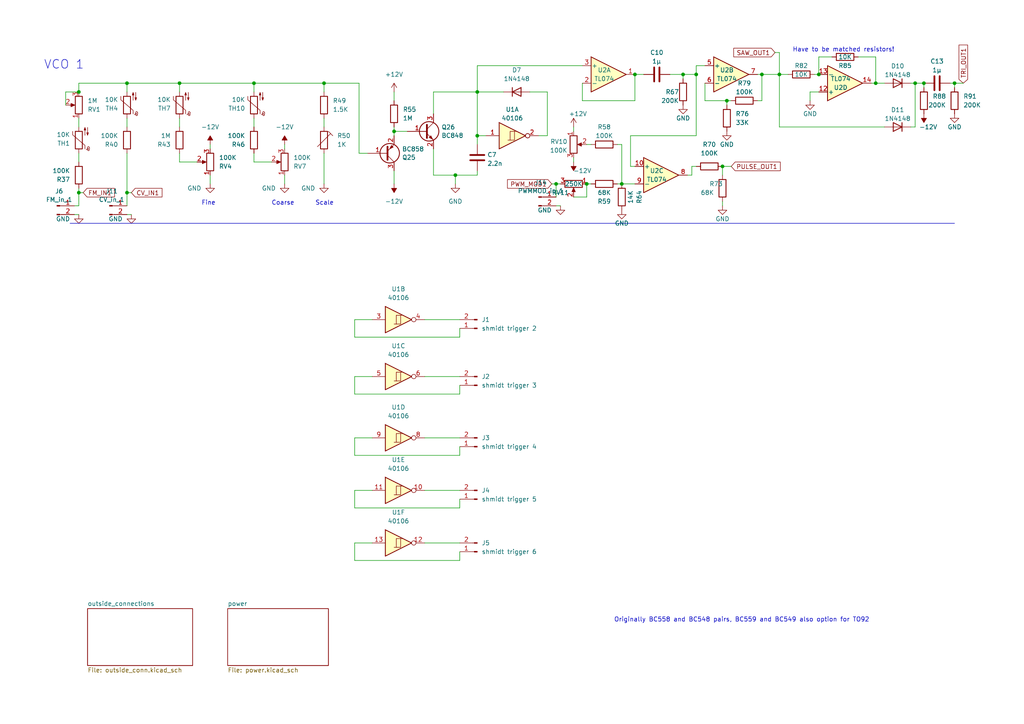
<source format=kicad_sch>
(kicad_sch (version 20231120) (generator "eeschema") (generator_version "8.0")
  (paper "A4")
  (lib_symbols
    (symbol "4xxx:40106" (pin_names (offset 1.016))
      (property "Reference" "U" (at 0 1.27 0))
      (property "Value" "40106" (at 0 -1.27 0))
      (symbol "40106_1_0"
        (polyline (pts (xy -0.635 -1.27) (xy -0.635 1.27) (xy 0.635 1.27)))
        (polyline (pts (xy -3.81 3.81) (xy -3.81 -3.81) (xy 3.81 0) (xy -3.81 3.81)) (stroke (width 0.254)) (fill (type background)))
        (polyline (pts (xy -1.27 -1.27) (xy 0.635 -1.27) (xy 0.635 1.27) (xy 1.27 1.27)))
        (pin input line (at -7.62 0 0) (length 3.81) (name "~") (number "1"))
        (pin output inverted (at 7.62 0 180) (length 3.81) (name "~") (number "2"))
      )
      (symbol "40106_2_0"
        (polyline (pts (xy -0.635 -1.27) (xy -0.635 1.27) (xy 0.635 1.27)))
        (polyline (pts (xy -3.81 3.81) (xy -3.81 -3.81) (xy 3.81 0) (xy -3.81 3.81)) (stroke (width 0.254)) (fill (type background)))
        (polyline (pts (xy -1.27 -1.27) (xy 0.635 -1.27) (xy 0.635 1.27) (xy 1.27 1.27)))
        (pin input line (at -7.62 0 0) (length 3.81) (name "~") (number "3"))
        (pin output inverted (at 7.62 0 180) (length 3.81) (name "~") (number "4"))
      )
      (symbol "40106_3_0"
        (polyline (pts (xy -0.635 -1.27) (xy -0.635 1.27) (xy 0.635 1.27)))
        (polyline (pts (xy -3.81 3.81) (xy -3.81 -3.81) (xy 3.81 0) (xy -3.81 3.81)) (stroke (width 0.254)) (fill (type background)))
        (polyline (pts (xy -1.27 -1.27) (xy 0.635 -1.27) (xy 0.635 1.27) (xy 1.27 1.27)))
        (pin input line (at -7.62 0 0) (length 3.81) (name "~") (number "5"))
        (pin output inverted (at 7.62 0 180) (length 3.81) (name "~") (number "6"))
      )
      (symbol "40106_4_0"
        (polyline (pts (xy -0.635 -1.27) (xy -0.635 1.27) (xy 0.635 1.27)))
        (polyline (pts (xy -3.81 3.81) (xy -3.81 -3.81) (xy 3.81 0) (xy -3.81 3.81)) (stroke (width 0.254)) (fill (type background)))
        (polyline (pts (xy -1.27 -1.27) (xy 0.635 -1.27) (xy 0.635 1.27) (xy 1.27 1.27)))
        (pin output inverted (at 7.62 0 180) (length 3.81) (name "~") (number "8"))
        (pin input line (at -7.62 0 0) (length 3.81) (name "~") (number "9"))
      )
      (symbol "40106_5_0"
        (polyline (pts (xy -0.635 -1.27) (xy -0.635 1.27) (xy 0.635 1.27)))
        (polyline (pts (xy -3.81 3.81) (xy -3.81 -3.81) (xy 3.81 0) (xy -3.81 3.81)) (stroke (width 0.254)) (fill (type background)))
        (polyline (pts (xy -1.27 -1.27) (xy 0.635 -1.27) (xy 0.635 1.27) (xy 1.27 1.27)))
        (pin output inverted (at 7.62 0 180) (length 3.81) (name "~") (number "10"))
        (pin input line (at -7.62 0 0) (length 3.81) (name "~") (number "11"))
      )
      (symbol "40106_6_0"
        (polyline (pts (xy -0.635 -1.27) (xy -0.635 1.27) (xy 0.635 1.27)))
        (polyline (pts (xy -3.81 3.81) (xy -3.81 -3.81) (xy 3.81 0) (xy -3.81 3.81)) (stroke (width 0.254)) (fill (type background)))
        (polyline (pts (xy -1.27 -1.27) (xy 0.635 -1.27) (xy 0.635 1.27) (xy 1.27 1.27)))
        (pin output inverted (at 7.62 0 180) (length 3.81) (name "~") (number "12"))
        (pin input line (at -7.62 0 0) (length 3.81) (name "~") (number "13"))
      )
      (symbol "40106_7_0"
        (pin power_in line (at 0 12.7 270) (length 5.08) (name "VDD") (number "14"))
        (pin power_in line (at 0 -12.7 90) (length 5.08) (name "VSS") (number "7"))
      )
      (symbol "40106_7_1"
        (rectangle (start -5.08 7.62) (end 5.08 -7.62) (stroke (width 0.254)) (fill (type background)))
      )
    )
    (symbol "Amplifier_Operational:TL074" (pin_names (offset 0.127))
      (property "Reference" "U" (at 0 5.08 0))
      (property "Value" "TL074" (at 0 -5.08 0))
      (symbol "TL074_1_1"
        (polyline (pts (xy -5.08 5.08) (xy 5.08 0) (xy -5.08 -5.08) (xy -5.08 5.08)) (stroke (width 0.254)) (fill (type background)))
        (pin output line (at 7.62 0 180) (length 2.54) (name "~") (number "1"))
        (pin input line (at -7.62 -2.54 0) (length 2.54) (name "-") (number "2"))
        (pin input line (at -7.62 2.54 0) (length 2.54) (name "+") (number "3"))
      )
      (symbol "TL074_2_1"
        (polyline (pts (xy -5.08 5.08) (xy 5.08 0) (xy -5.08 -5.08) (xy -5.08 5.08)) (stroke (width 0.254)) (fill (type background)))
        (pin input line (at -7.62 2.54 0) (length 2.54) (name "+") (number "5"))
        (pin input line (at -7.62 -2.54 0) (length 2.54) (name "-") (number "6"))
        (pin output line (at 7.62 0 180) (length 2.54) (name "~") (number "7"))
      )
      (symbol "TL074_3_1"
        (polyline (pts (xy -5.08 5.08) (xy 5.08 0) (xy -5.08 -5.08) (xy -5.08 5.08)) (stroke (width 0.254)) (fill (type background)))
        (pin input line (at -7.62 2.54 0) (length 2.54) (name "+") (number "10"))
        (pin output line (at 7.62 0 180) (length 2.54) (name "~") (number "8"))
        (pin input line (at -7.62 -2.54 0) (length 2.54) (name "-") (number "9"))
      )
      (symbol "TL074_4_1"
        (polyline (pts (xy -5.08 5.08) (xy 5.08 0) (xy -5.08 -5.08) (xy -5.08 5.08)) (stroke (width 0.254)) (fill (type background)))
        (pin input line (at -7.62 2.54 0) (length 2.54) (name "+") (number "12"))
        (pin input line (at -7.62 -2.54 0) (length 2.54) (name "-") (number "13"))
        (pin output line (at 7.62 0 180) (length 2.54) (name "~") (number "14"))
      )
      (symbol "TL074_5_1"
        (pin power_in line (at -2.54 -7.62 90) (length 3.81) (name "V-") (number "11"))
        (pin power_in line (at -2.54 7.62 270) (length 3.81) (name "V+") (number "4"))
      )
    )
    (symbol "Connector:Conn_01x02_Pin" (pin_names (offset 1.016) hide)
      (property "Reference" "J" (at 0 2.54 0))
      (property "Value" "Conn_01x02_Pin" (at 0 -5.08 0))
      (symbol "Conn_01x02_Pin_1_1"
        (polyline (pts (xy 1.27 -2.54) (xy 0.8636 -2.54)) (stroke (width 0.1524)))
        (polyline (pts (xy 1.27 0) (xy 0.8636 0)) (stroke (width 0.1524)))
        (rectangle (start 0.8636 -2.413) (end 0 -2.667) (stroke (width 0.1524)) (fill (type outline)))
        (rectangle (start 0.8636 0.127) (end 0 -0.127) (stroke (width 0.1524)) (fill (type outline)))
        (pin passive line (at 5.08 0 180) (length 3.81) (name "Pin_1") (number "1"))
        (pin passive line (at 5.08 -2.54 180) (length 3.81) (name "Pin_2") (number "2"))
      )
    )
    (symbol "Device:C" (pin_numbers hide) (pin_names (offset 0.254))
      (property "Reference" "C" (at 0.635 2.54 0))
      (property "Value" "C" (at 0.635 -2.54 0))
      (symbol "C_0_1"
        (polyline (pts (xy -2.032 -0.762) (xy 2.032 -0.762)) (stroke (width 0.508)))
        (polyline (pts (xy -2.032 0.762) (xy 2.032 0.762)) (stroke (width 0.508)))
      )
      (symbol "C_1_1"
        (pin passive line (at 0 3.81 270) (length 2.794) (name "~") (number "1"))
        (pin passive line (at 0 -3.81 90) (length 2.794) (name "~") (number "2"))
      )
    )
    (symbol "Device:R" (pin_numbers hide) (pin_names (offset 0))
      (property "Reference" "R" (at 2.032 0 90))
      (property "Value" "R" (at 0 0 90))
      (symbol "R_0_1"
        (rectangle (start -1.016 -2.54) (end 1.016 2.54) (stroke (width 0.254)))
      )
      (symbol "R_1_1"
        (pin passive line (at 0 3.81 270) (length 1.27) (name "~") (number "1"))
        (pin passive line (at 0 -3.81 90) (length 1.27) (name "~") (number "2"))
      )
    )
    (symbol "Device:R_Potentiometer" (pin_names (offset 1.016) hide)
      (property "Reference" "RV" (at -4.445 0 90))
      (property "Value" "R_Potentiometer" (at -2.54 0 90))
      (symbol "R_Potentiometer_0_1"
        (polyline (pts (xy 2.54 0) (xy 1.524 0)))
        (polyline (pts (xy 1.143 0) (xy 2.286 0.508) (xy 2.286 -0.508) (xy 1.143 0)) (fill (type outline)))
        (rectangle (start 1.016 2.54) (end -1.016 -2.54) (stroke (width 0.254)))
      )
      (symbol "R_Potentiometer_1_1"
        (pin passive line (at 0 3.81 270) (length 1.27) (name "1") (number "1"))
        (pin passive line (at 3.81 0 180) (length 1.27) (name "2") (number "2"))
        (pin passive line (at 0 -3.81 90) (length 1.27) (name "3") (number "3"))
      )
    )
    (symbol "Device:R_Trim" (pin_numbers hide) (pin_names (offset 0))
      (property "Reference" "R" (at 2.54 -2.54 90))
      (property "Value" "R_Trim" (at -2.54 -0.635 90))
      (symbol "R_Trim_0_1"
        (rectangle (start -1.016 -2.54) (end 1.016 2.54) (stroke (width 0.254)))
        (polyline (pts (xy -1.905 -1.905) (xy 1.905 1.905) (xy 2.54 1.27) (xy 1.27 2.54)))
      )
      (symbol "R_Trim_1_1"
        (pin passive line (at 0 3.81 270) (length 1.27) (name "~") (number "1"))
        (pin passive line (at 0 -3.81 90) (length 1.27) (name "~") (number "2"))
      )
    )
    (symbol "Device:Thermistor_NTC" (pin_numbers hide) (pin_names (offset 0))
      (property "Reference" "TH" (at -4.445 0 90))
      (property "Value" "Thermistor_NTC" (at 3.175 0 90))
      (symbol "Thermistor_NTC_0_1"
        (arc (start -3.048 2.159) (mid -3.0495 2.3143) (end -3.175 2.413))
        (arc (start -3.048 2.159) (mid -2.9736 1.9794) (end -2.794 1.905))
        (arc (start -3.048 2.794) (mid -2.9736 2.6144) (end -2.794 2.54))
        (arc (start -2.794 1.905) (mid -2.6144 1.9794) (end -2.54 2.159))
        (arc (start -2.794 2.54) (mid -2.4393 2.5587) (end -2.159 2.794))
        (arc (start -2.794 3.048) (mid -2.9736 2.9736) (end -3.048 2.794))
        (arc (start -2.54 2.794) (mid -2.6144 2.9736) (end -2.794 3.048))
        (rectangle (start -1.016 2.54) (end 1.016 -2.54) (stroke (width 0.254)))
        (polyline (pts (xy -2.54 2.159) (xy -2.54 2.794)))
        (polyline (pts (xy -1.778 2.54) (xy -1.778 1.524) (xy 1.778 -1.524) (xy 1.778 -2.54)))
        (polyline (pts (xy -2.54 -3.683) (xy -2.54 -1.397) (xy -2.794 -2.159) (xy -2.286 -2.159) (xy -2.54 -1.397) (xy -2.54 -1.651)) (fill (type outline)))
        (polyline (pts (xy -1.778 -1.397) (xy -1.778 -3.683) (xy -2.032 -2.921) (xy -1.524 -2.921) (xy -1.778 -3.683) (xy -1.778 -3.429)) (fill (type outline)))
      )
      (symbol "Thermistor_NTC_1_1"
        (pin passive line (at 0 3.81 270) (length 1.27) (name "~") (number "1"))
        (pin passive line (at 0 -3.81 90) (length 1.27) (name "~") (number "2"))
      )
    )
    (symbol "Diode:1N4148" (pin_numbers hide) (pin_names hide)
      (property "Reference" "D" (at 0 2.54 0))
      (property "Value" "1N4148" (at 0 -2.54 0))
      (symbol "1N4148_0_1"
        (polyline (pts (xy -1.27 1.27) (xy -1.27 -1.27)) (stroke (width 0.254)))
        (polyline (pts (xy 1.27 0) (xy -1.27 0)))
        (polyline (pts (xy 1.27 1.27) (xy 1.27 -1.27) (xy -1.27 0) (xy 1.27 1.27)) (stroke (width 0.254)))
      )
      (symbol "1N4148_1_1"
        (pin passive line (at -3.81 0 0) (length 2.54) (name "K") (number "1"))
        (pin passive line (at 3.81 0 180) (length 2.54) (name "A") (number "2"))
      )
    )
    (symbol "Transistor_BJT:BC848" (pin_names (offset 0) hide)
      (property "Reference" "Q" (at 5.08 1.905 0))
      (property "Value" "BC848" (at 5.08 0 0))
      (symbol "BC848_0_1"
        (polyline (pts (xy 0.635 0.635) (xy 2.54 2.54)))
        (polyline (pts (xy 0.635 -0.635) (xy 2.54 -2.54) (xy 2.54 -2.54)))
        (polyline (pts (xy 0.635 1.905) (xy 0.635 -1.905) (xy 0.635 -1.905)) (stroke (width 0.508)))
        (polyline (pts (xy 1.27 -1.778) (xy 1.778 -1.27) (xy 2.286 -2.286) (xy 1.27 -1.778) (xy 1.27 -1.778)) (fill (type outline)))
        (circle (center 1.27 0) (radius 2.8194) (stroke (width 0.254)))
      )
      (symbol "BC848_1_1"
        (pin input line (at -5.08 0 0) (length 5.715) (name "B") (number "1"))
        (pin passive line (at 2.54 -5.08 90) (length 2.54) (name "E") (number "2"))
        (pin passive line (at 2.54 5.08 270) (length 2.54) (name "C") (number "3"))
      )
    )
    (symbol "Transistor_BJT:BC858" (pin_names (offset 0) hide)
      (property "Reference" "Q" (at 5.08 1.905 0))
      (property "Value" "BC858" (at 5.08 0 0))
      (symbol "BC858_0_1"
        (polyline (pts (xy 0.635 0.635) (xy 2.54 2.54)))
        (polyline (pts (xy 0.635 -0.635) (xy 2.54 -2.54) (xy 2.54 -2.54)))
        (polyline (pts (xy 0.635 1.905) (xy 0.635 -1.905) (xy 0.635 -1.905)) (stroke (width 0.508)))
        (polyline (pts (xy 2.286 -1.778) (xy 1.778 -2.286) (xy 1.27 -1.27) (xy 2.286 -1.778) (xy 2.286 -1.778)) (fill (type outline)))
        (circle (center 1.27 0) (radius 2.8194) (stroke (width 0.254)))
      )
      (symbol "BC858_1_1"
        (pin input line (at -5.08 0 0) (length 5.715) (name "B") (number "1"))
        (pin passive line (at 2.54 -5.08 90) (length 2.54) (name "E") (number "2"))
        (pin passive line (at 2.54 5.08 270) (length 2.54) (name "C") (number "3"))
      )
    )
    (symbol "power:+12V" (power) (pin_names (offset 0))
      (property "Value" "+12V" (at 0 3.556 0))
      (symbol "+12V_0_1"
        (polyline (pts (xy -0.762 1.27) (xy 0 2.54)))
        (polyline (pts (xy 0 0) (xy 0 2.54)))
        (polyline (pts (xy 0 2.54) (xy 0.762 1.27)))
      )
      (symbol "+12V_1_1"
        (pin power_in line (at 0 0 90) (length 0) hide (name "+12V") (number "1"))
      )
    )
    (symbol "power:-12V" (power) (pin_names (offset 0))
      (property "Value" "-12V" (at 0 3.81 0))
      (symbol "-12V_0_0"
        (pin power_in line (at 0 0 90) (length 0) hide (name "-12V") (number "1"))
      )
      (symbol "-12V_0_1"
        (polyline (pts (xy 0 0) (xy 0 1.27) (xy 0.762 1.27) (xy 0 2.54) (xy -0.762 1.27) (xy 0 1.27)) (fill (type outline)))
      )
    )
    (symbol "power:GND" (power) (pin_names (offset 0))
      (property "Value" "GND" (at 0 -3.81 0))
      (symbol "GND_0_1"
        (polyline (pts (xy 0 0) (xy 0 -1.27) (xy 1.27 -1.27) (xy 0 -2.54) (xy -1.27 -1.27) (xy 0 -1.27)))
      )
      (symbol "GND_1_1"
        (pin power_in line (at 0 0 270) (length 0) hide (name "GND") (number "1"))
      )
    )
  )
  (junction (at 254 24.13))
  (junction (at 184.15 21.59))
  (junction (at 52.07 24.13))
  (junction (at 210.82 29.21))
  (junction (at 36.83 24.13))
  (junction (at 93.98 24.13))
  (junction (at 267.97 24.13))
  (junction (at 22.86 55.88))
  (junction (at 209.55 48.26))
  (junction (at 36.83 55.88))
  (junction (at 114.3 38.1))
  (junction (at 198.12 21.59))
  (junction (at 265.43 24.13))
  (junction (at 22.86 26.67))
  (junction (at 180.34 53.34))
  (junction (at 170.18 53.34))
  (junction (at 237.49 21.59))
  (junction (at 73.66 24.13))
  (junction (at 226.06 21.59))
  (junction (at 161.29 53.34))
  (junction (at 138.43 26.67))
  (junction (at 276.86 24.13))
  (junction (at 201.93 21.59))
  (junction (at 220.98 21.59))
  (junction (at 138.43 39.37))
  (junction (at 132.08 50.8))
  (wire (pts (xy 138.43 49.53) (xy 138.43 50.8)))
  (wire (pts (xy 107.95 127) (xy 102.87 127)))
  (wire (pts (xy 38.1 55.88) (xy 36.83 55.88)))
  (wire (pts (xy 182.88 48.26) (xy 184.15 48.26)))
  (wire (pts (xy 166.37 45.72) (xy 166.37 46.99)))
  (wire (pts (xy 138.43 26.67) (xy 138.43 39.37)))
  (wire (pts (xy 168.91 24.13) (xy 168.91 29.21)))
  (wire (pts (xy 132.08 50.8) (xy 132.08 53.34)))
  (wire (pts (xy 73.66 26.67) (xy 73.66 24.13)))
  (wire (pts (xy 133.35 114.3) (xy 133.35 111.76)))
  (wire (pts (xy 123.19 157.48) (xy 133.35 157.48)))
  (wire (pts (xy 138.43 26.67) (xy 146.05 26.67)))
  (wire (pts (xy 73.66 46.99) (xy 78.74 46.99)))
  (wire (pts (xy 22.86 54.61) (xy 22.86 55.88)))
  (wire (pts (xy 52.07 24.13) (xy 52.07 26.67)))
  (wire (pts (xy 132.08 50.8) (xy 138.43 50.8)))
  (wire (pts (xy 57.15 46.99) (xy 52.07 46.99)))
  (wire (pts (xy 107.95 157.48) (xy 102.87 157.48)))
  (wire (pts (xy 93.98 24.13) (xy 104.14 24.13)))
  (wire (pts (xy 52.07 36.83) (xy 52.07 34.29)))
  (wire (pts (xy 204.47 24.13) (xy 204.47 29.21)))
  (wire (pts (xy 114.3 36.83) (xy 114.3 38.1)))
  (wire (pts (xy 104.14 44.45) (xy 106.68 44.45)))
  (wire (pts (xy 102.87 162.56) (xy 133.35 162.56)))
  (wire (pts (xy 52.07 24.13) (xy 36.83 24.13)))
  (wire (pts (xy 219.71 29.21) (xy 220.98 29.21)))
  (wire (pts (xy 133.35 162.56) (xy 133.35 160.02)))
  (wire (pts (xy 21.59 59.69) (xy 22.86 59.69)))
  (wire (pts (xy 224.79 15.24) (xy 226.06 15.24)))
  (wire (pts (xy 36.83 24.13) (xy 36.83 26.67)))
  (wire (pts (xy 22.86 36.83) (xy 22.86 34.29)))
  (wire (pts (xy 125.73 50.8) (xy 132.08 50.8)))
  (wire (pts (xy 168.91 19.05) (xy 138.43 19.05)))
  (wire (pts (xy 234.95 29.21) (xy 234.95 26.67)))
  (wire (pts (xy 36.83 36.83) (xy 36.83 34.29)))
  (wire (pts (xy 265.43 36.83) (xy 264.16 36.83)))
  (wire (pts (xy 22.86 24.13) (xy 22.86 26.67)))
  (wire (pts (xy 60.96 53.34) (xy 60.96 50.8)))
  (wire (pts (xy 125.73 33.02) (xy 125.73 26.67)))
  (wire (pts (xy 93.98 24.13) (xy 73.66 24.13)))
  (wire (pts (xy 209.55 58.42) (xy 209.55 59.69)))
  (wire (pts (xy 107.95 92.71) (xy 102.87 92.71)))
  (wire (pts (xy 201.93 21.59) (xy 201.93 19.05)))
  (wire (pts (xy 184.15 29.21) (xy 184.15 21.59)))
  (wire (pts (xy 161.29 53.34) (xy 161.29 57.15)))
  (wire (pts (xy 184.15 21.59) (xy 186.69 21.59)))
  (wire (pts (xy 123.19 92.71) (xy 133.35 92.71)))
  (wire (pts (xy 276.86 24.13) (xy 276.86 25.4)))
  (wire (pts (xy 158.75 39.37) (xy 158.75 26.67)))
  (wire (pts (xy 210.82 29.21) (xy 204.47 29.21)))
  (wire (pts (xy 36.83 62.23) (xy 38.1 62.23)))
  (wire (pts (xy 265.43 24.13) (xy 265.43 36.83)))
  (wire (pts (xy 179.07 53.34) (xy 180.34 53.34)))
  (wire (pts (xy 123.19 109.22) (xy 133.35 109.22)))
  (wire (pts (xy 201.93 21.59) (xy 201.93 39.37)))
  (wire (pts (xy 102.87 127) (xy 102.87 132.08)))
  (wire (pts (xy 102.87 157.48) (xy 102.87 162.56)))
  (wire (pts (xy 102.87 92.71) (xy 102.87 97.79)))
  (wire (pts (xy 107.95 142.24) (xy 102.87 142.24)))
  (wire (pts (xy 267.97 25.4) (xy 267.97 24.13)))
  (wire (pts (xy 166.37 57.15) (xy 170.18 57.15)))
  (wire (pts (xy 19.05 26.67) (xy 19.05 30.48)))
  (wire (pts (xy 133.35 147.32) (xy 133.35 144.78)))
  (wire (pts (xy 234.95 26.67) (xy 237.49 26.67)))
  (wire (pts (xy 107.95 109.22) (xy 102.87 109.22)))
  (wire (pts (xy 252.73 24.13) (xy 254 24.13)))
  (wire (pts (xy 201.93 39.37) (xy 182.88 39.37)))
  (wire (pts (xy 226.06 15.24) (xy 226.06 21.59)))
  (wire (pts (xy 114.3 38.1) (xy 118.11 38.1)))
  (wire (pts (xy 125.73 50.8) (xy 125.73 43.18)))
  (wire (pts (xy 198.12 21.59) (xy 201.93 21.59)))
  (wire (pts (xy 198.12 21.59) (xy 198.12 22.86)))
  (wire (pts (xy 36.83 24.13) (xy 22.86 24.13)))
  (wire (pts (xy 226.06 36.83) (xy 256.54 36.83)))
  (wire (pts (xy 114.3 26.67) (xy 114.3 29.21)))
  (wire (pts (xy 237.49 16.51) (xy 237.49 21.59)))
  (wire (pts (xy 102.87 147.32) (xy 133.35 147.32)))
  (wire (pts (xy 200.66 48.26) (xy 201.93 48.26)))
  (wire (pts (xy 82.55 43.18) (xy 82.55 41.91)))
  (wire (pts (xy 161.29 59.69) (xy 162.56 59.69)))
  (wire (pts (xy 180.34 41.91) (xy 179.07 41.91)))
  (wire (pts (xy 82.55 53.34) (xy 82.55 50.8)))
  (wire (pts (xy 138.43 19.05) (xy 138.43 26.67)))
  (wire (pts (xy 104.14 44.45) (xy 104.14 24.13)))
  (wire (pts (xy 114.3 49.53) (xy 114.3 53.34)))
  (wire (pts (xy 93.98 44.45) (xy 93.98 53.34)))
  (wire (pts (xy 182.88 39.37) (xy 182.88 48.26)))
  (wire (pts (xy 275.59 24.13) (xy 276.86 24.13)))
  (wire (pts (xy 201.93 19.05) (xy 204.47 19.05)))
  (wire (pts (xy 93.98 34.29) (xy 93.98 36.83)))
  (wire (pts (xy 160.02 53.34) (xy 161.29 53.34)))
  (wire (pts (xy 133.35 97.79) (xy 133.35 95.25)))
  (wire (pts (xy 226.06 21.59) (xy 226.06 36.83)))
  (wire (pts (xy 170.18 53.34) (xy 171.45 53.34)))
  (wire (pts (xy 102.87 132.08) (xy 133.35 132.08)))
  (wire (pts (xy 200.66 50.8) (xy 199.39 50.8)))
  (wire (pts (xy 180.34 53.34) (xy 180.34 41.91)))
  (wire (pts (xy 194.31 21.59) (xy 198.12 21.59)))
  (wire (pts (xy 102.87 142.24) (xy 102.87 147.32)))
  (wire (pts (xy 114.3 39.37) (xy 114.3 38.1)))
  (wire (pts (xy 264.16 24.13) (xy 265.43 24.13)))
  (wire (pts (xy 219.71 21.59) (xy 220.98 21.59)))
  (wire (pts (xy 170.18 41.91) (xy 171.45 41.91)))
  (polyline (pts (xy 20.32 64.77) (xy 276.86 64.77)))
  (wire (pts (xy 102.87 109.22) (xy 102.87 114.3)))
  (wire (pts (xy 209.55 48.26) (xy 212.09 48.26)))
  (wire (pts (xy 102.87 114.3) (xy 133.35 114.3)))
  (wire (pts (xy 123.19 142.24) (xy 133.35 142.24)))
  (wire (pts (xy 212.09 29.21) (xy 210.82 29.21)))
  (wire (pts (xy 254 24.13) (xy 256.54 24.13)))
  (wire (pts (xy 123.19 127) (xy 133.35 127)))
  (wire (pts (xy 93.98 26.67) (xy 93.98 24.13)))
  (wire (pts (xy 276.86 24.13) (xy 279.4 24.13)))
  (wire (pts (xy 102.87 97.79) (xy 133.35 97.79)))
  (wire (pts (xy 226.06 21.59) (xy 228.6 21.59)))
  (wire (pts (xy 60.96 43.18) (xy 60.96 41.91)))
  (wire (pts (xy 22.86 26.67) (xy 19.05 26.67)))
  (wire (pts (xy 22.86 46.99) (xy 22.86 44.45)))
  (wire (pts (xy 166.37 36.83) (xy 166.37 38.1)))
  (wire (pts (xy 73.66 36.83) (xy 73.66 34.29)))
  (wire (pts (xy 168.91 29.21) (xy 184.15 29.21)))
  (wire (pts (xy 138.43 39.37) (xy 138.43 41.91)))
  (wire (pts (xy 265.43 24.13) (xy 267.97 24.13)))
  (wire (pts (xy 236.22 21.59) (xy 237.49 21.59)))
  (wire (pts (xy 161.29 53.34) (xy 162.56 53.34)))
  (wire (pts (xy 170.18 57.15) (xy 170.18 53.34)))
  (wire (pts (xy 21.59 62.23) (xy 22.86 62.23)))
  (wire (pts (xy 180.34 53.34) (xy 184.15 53.34)))
  (wire (pts (xy 125.73 26.67) (xy 138.43 26.67)))
  (wire (pts (xy 36.83 55.88) (xy 36.83 59.69)))
  (wire (pts (xy 73.66 24.13) (xy 52.07 24.13)))
  (wire (pts (xy 220.98 21.59) (xy 220.98 29.21)))
  (wire (pts (xy 52.07 46.99) (xy 52.07 44.45)))
  (wire (pts (xy 22.86 59.69) (xy 22.86 55.88)))
  (wire (pts (xy 210.82 29.21) (xy 210.82 30.48)))
  (wire (pts (xy 140.97 39.37) (xy 138.43 39.37)))
  (wire (pts (xy 254 16.51) (xy 248.92 16.51)))
  (wire (pts (xy 209.55 48.26) (xy 209.55 50.8)))
  (wire (pts (xy 156.21 39.37) (xy 158.75 39.37)))
  (wire (pts (xy 36.83 55.88) (xy 36.83 44.45)))
  (wire (pts (xy 220.98 21.59) (xy 226.06 21.59)))
  (wire (pts (xy 241.3 16.51) (xy 237.49 16.51)))
  (wire (pts (xy 73.66 44.45) (xy 73.66 46.99)))
  (wire (pts (xy 22.86 55.88) (xy 24.13 55.88)))
  (wire (pts (xy 200.66 48.26) (xy 200.66 50.8)))
  (wire (pts (xy 254 24.13) (xy 254 16.51)))
  (wire (pts (xy 158.75 26.67) (xy 153.67 26.67)))
  (wire (pts (xy 133.35 132.08) (xy 133.35 129.54)))
  (text "Have to be matched resistors!\n" (at 229.87 15.24 0) (effects (font (size 1.27 1.27)) (justify left bottom)))
  (text "Fine\n" (at 58.42 59.69 0) (effects (font (size 1.27 1.27)) (justify left bottom)))
  (text "VCO 1" (at 12.7 20.32 0) (effects (font (size 2.5 2.5)) (justify left bottom)))
  (text "Coarse" (at 78.74 59.69 0) (effects (font (size 1.27 1.27)) (justify left bottom)))
  (text "Scale" (at 91.44 59.69 0) (effects (font (size 1.27 1.27)) (justify left bottom)))
  (text "Originally BC558 and BC548 pairs, BC559 and BC549 also option for TO92" (at 215.138 179.832 0) (effects (font (size 1.27 1.27))))
  (global_label "SAW_OUT1" (shape input) (at 224.79 15.24 180) (property "Intersheetrefs" "${INTERSHEET_REFS}" (effects (hide yes))))
  (global_label "PWM_MOD1" (shape input) (at 160.02 53.34 180) (property "Intersheetrefs" "${INTERSHEET_REFS}" (effects (hide yes))))
  (global_label "CV_IN1" (shape input) (at 38.1 55.88 0) (property "Intersheetrefs" "${INTERSHEET_REFS}" (effects (hide yes))))
  (global_label "FM_IN1" (shape input) (at 24.13 55.88 0) (property "Intersheetrefs" "${INTERSHEET_REFS}" (effects (hide yes))))
  (global_label "PULSE_OUT1" (shape input) (at 212.09 48.26 0) (property "Intersheetrefs" "${INTERSHEET_REFS}" (effects (hide yes))))
  (global_label "TRI_OUT1" (shape input) (at 279.4 24.13 90) (property "Intersheetrefs" "${INTERSHEET_REFS}" (effects (hide yes))))
  (symbol (lib_id "power:GND") (at 276.86 33.02 0) (unit 1)
    (property "Reference" "#PWR0129" (effects (hide yes)))
    (property "Value" "GND" (at 276.86 36.83 0))
  )
  (symbol (lib_id "Device:Thermistor_NTC") (at 22.86 40.64 180) (unit 1)
    (property "Reference" "TH1" (at 20.32 41.5926 0) (effects (justify left)))
    (property "Value" "10K" (at 20.32 39.0526 0) (effects (justify left)))
    (property "Footprint" "Resistor_SMD:R_0603_1608Metric_Pad0.98x0.95mm_HandSolder" (effects (hide yes)))
  )
  (symbol (lib_id "Device:R") (at 267.97 29.21 180) (unit 1)
    (property "Reference" "R88" (at 270.51 27.94 0) (effects (justify right)))
    (property "Value" "200K" (at 269.24 30.48 0) (effects (justify right)))
    (property "Footprint" "Resistor_SMD:R_0603_1608Metric_Pad0.98x0.95mm_HandSolder" (effects (hide yes)))
  )
  (symbol (lib_id "4xxx:40106") (at 115.57 92.71 0) (unit 2)
    (property "Reference" "U1" (at 115.57 83.82 0))
    (property "Value" "40106" (at 115.57 86.36 0))
    (property "Footprint" "Package_DIP:DIP-14_W7.62mm_Socket" (effects (hide yes)))
    (property "Datasheet" "https://assets.nexperia.com/documents/data-sheet/HEF40106B.pdf" (effects (hide yes)))
    (property "Description" "Hex Schmitt trigger inverter" (effects (hide yes)))
  )
  (symbol (lib_id "Device:R") (at 73.66 40.64 180) (unit 1)
    (property "Reference" "R46" (at 71.12 41.9101 0) (effects (justify left)))
    (property "Value" "100K" (at 71.12 39.3701 0) (effects (justify left)))
    (property "Footprint" "Resistor_SMD:R_0603_1608Metric_Pad0.98x0.95mm_HandSolder" (effects (hide yes)))
  )
  (symbol (lib_id "Device:C") (at 190.5 21.59 270) (unit 1)
    (property "Reference" "C10" (at 190.5 15.24 90))
    (property "Value" "1µ" (at 190.5 17.78 90))
    (property "Footprint" "Capacitor_SMD:C_0402_1005Metric_Pad0.74x0.62mm_HandSolder" (effects (hide yes)))
  )
  (symbol (lib_id "power:-12V") (at 114.3 53.34 180) (unit 1)
    (property "Reference" "#PWR0143" (effects (hide yes)))
    (property "Value" "-12V" (at 114.3 58.42 0))
  )
  (symbol (lib_id "Device:R_Potentiometer") (at 60.96 46.99 180) (unit 1)
    (property "Reference" "RV4" (at 63.5 48.2601 0) (effects (justify right)))
    (property "Value" "100K" (at 63.5 45.7201 0) (effects (justify right)))
    (property "Footprint" "Connector_PinHeader_2.54mm:PinHeader_1x03_P2.54mm_Vertical" (effects (hide yes)))
  )
  (symbol (lib_id "Device:R") (at 209.55 54.61 0) (unit 1)
    (property "Reference" "R73" (at 205.74 53.34 0) (effects (justify left)))
    (property "Value" "68K" (at 203.2 55.88 0) (effects (justify left)))
    (property "Footprint" "Resistor_SMD:R_0603_1608Metric_Pad0.98x0.95mm_HandSolder" (effects (hide yes)))
  )
  (symbol (lib_id "Device:R") (at 276.86 29.21 180) (unit 1)
    (property "Reference" "R91" (at 279.4 27.9399 0) (effects (justify right)))
    (property "Value" "200K" (at 279.4 30.4799 0) (effects (justify right)))
    (property "Footprint" "Resistor_SMD:R_0603_1608Metric_Pad0.98x0.95mm_HandSolder" (effects (hide yes)))
  )
  (symbol (lib_id "Device:Thermistor_NTC") (at 36.83 30.48 180) (unit 1)
    (property "Reference" "TH4" (at 34.29 31.4326 0) (effects (justify left)))
    (property "Value" "10K" (at 34.29 28.8926 0) (effects (justify left)))
    (property "Footprint" "Resistor_SMD:R_0603_1608Metric_Pad0.98x0.95mm_HandSolder" (effects (hide yes)))
  )
  (symbol (lib_id "Connector:Conn_01x02_Pin") (at 138.43 144.78 180) (unit 1)
    (property "Reference" "J4" (at 139.7 142.2399 0) (effects (justify right)))
    (property "Value" "shmidt trigger 5" (at 139.7 144.7799 0) (effects (justify right)))
    (property "Footprint" "Connector_PinHeader_2.00mm:PinHeader_1x02_P2.00mm_Vertical" (effects (hide yes)))
    (property "Description" "Generic connector, single row, 01x02, script generated" (effects (hide yes)))
  )
  (symbol (lib_id "Device:R") (at 175.26 53.34 270) (unit 1)
    (property "Reference" "R59" (at 175.26 58.42 90))
    (property "Value" "68K" (at 175.26 55.88 90))
    (property "Footprint" "Resistor_SMD:R_0603_1608Metric_Pad0.98x0.95mm_HandSolder" (effects (hide yes)))
  )
  (symbol (lib_id "Device:R") (at 22.86 50.8 180) (unit 1)
    (property "Reference" "R37" (at 20.32 52.0701 0) (effects (justify left)))
    (property "Value" "100K" (at 20.32 49.5301 0) (effects (justify left)))
    (property "Footprint" "Resistor_SMD:R_0603_1608Metric_Pad0.98x0.95mm_HandSolder" (effects (hide yes)))
  )
  (symbol (lib_id "power:GND") (at 162.56 59.69 0) (unit 1)
    (property "Reference" "#PWR028" (effects (hide yes)))
    (property "Value" "GND" (at 160.02 60.9601 0) (effects (justify right)))
  )
  (symbol (lib_id "Device:Thermistor_NTC") (at 73.66 30.48 180) (unit 1)
    (property "Reference" "TH10" (at 71.12 31.4326 0) (effects (justify left)))
    (property "Value" "10K" (at 71.12 28.8926 0) (effects (justify left)))
    (property "Footprint" "Resistor_SMD:R_0603_1608Metric_Pad0.98x0.95mm_HandSolder" (effects (hide yes)))
  )
  (symbol (lib_id "power:+12V") (at 166.37 36.83 0) (unit 1)
    (property "Reference" "#PWR0145" (effects (hide yes)))
    (property "Value" "+12V" (at 167.64 33.02 0))
  )
  (symbol (lib_id "Device:R") (at 180.34 57.15 180) (unit 1)
    (property "Reference" "R64" (at 185.42 57.15 90))
    (property "Value" "14K" (at 182.88 57.15 90))
    (property "Footprint" "Resistor_SMD:R_0603_1608Metric_Pad0.98x0.95mm_HandSolder" (effects (hide yes)))
  )
  (symbol (lib_id "Device:R") (at 245.11 16.51 270) (unit 1)
    (property "Reference" "R85" (at 245.11 19.05 90))
    (property "Value" "10K" (at 245.11 16.51 90))
    (property "Footprint" "Resistor_SMD:R_0603_1608Metric_Pad0.98x0.95mm_HandSolder" (effects (hide yes)))
  )
  (symbol (lib_id "Connector:Conn_01x02_Pin") (at 156.21 57.15 0) (unit 1)
    (property "Reference" "J14" (at 156.845 52.9293 0))
    (property "Value" "PWMMOD_in_1" (at 156.845 55.3536 0))
    (property "Footprint" "Connector_PinHeader_2.54mm:PinHeader_1x02_P2.54mm_Vertical" (effects (hide yes)))
    (property "Description" "Generic connector, single row, 01x02, script generated" (effects (hide yes)))
  )
  (symbol (lib_id "Amplifier_Operational:TL074") (at 176.53 21.59 0) (unit 1)
    (property "Reference" "U2" (at 175.26 20.32 0))
    (property "Value" "TL074" (at 175.26 22.86 0))
    (property "Footprint" "Package_DIP:DIP-14_W7.62mm_Socket" (effects (hide yes)))
    (property "Datasheet" "http://www.ti.com/lit/ds/symlink/tl071.pdf" (effects (hide yes)))
  )
  (symbol (lib_id "Device:R") (at 93.98 30.48 0) (unit 1)
    (property "Reference" "R49" (at 96.52 29.2099 0) (effects (justify left)))
    (property "Value" "1.5K" (at 96.52 31.7499 0) (effects (justify left)))
    (property "Footprint" "Resistor_SMD:R_0603_1608Metric_Pad0.98x0.95mm_HandSolder" (effects (hide yes)))
  )
  (symbol (lib_id "Amplifier_Operational:TL074") (at 212.09 21.59 0) (unit 2)
    (property "Reference" "U2" (at 210.82 20.32 0))
    (property "Value" "TL074" (at 210.82 22.86 0))
    (property "Footprint" "Package_DIP:DIP-14_W7.62mm_Socket" (effects (hide yes)))
    (property "Datasheet" "http://www.ti.com/lit/ds/symlink/tl071.pdf" (effects (hide yes)))
  )
  (symbol (lib_id "Connector:Conn_01x02_Pin") (at 16.51 59.69 0) (unit 1)
    (property "Reference" "J6" (at 17.145 55.4693 0))
    (property "Value" "FM_in_1" (at 17.145 57.8936 0))
    (property "Footprint" "Connector_PinHeader_2.54mm:PinHeader_1x02_P2.54mm_Vertical" (effects (hide yes)))
    (property "Description" "Generic connector, single row, 01x02, script generated" (effects (hide yes)))
  )
  (symbol (lib_id "Device:R") (at 175.26 41.91 270) (unit 1)
    (property "Reference" "R58" (at 175.26 36.83 90))
    (property "Value" "100K" (at 175.26 39.37 90))
    (property "Footprint" "Resistor_SMD:R_0603_1608Metric_Pad0.98x0.95mm_HandSolder" (effects (hide yes)))
  )
  (symbol (lib_id "power:GND") (at 38.1 62.23 0) (unit 1)
    (property "Reference" "#PWR025" (effects (hide yes)))
    (property "Value" "GND" (at 35.56 63.5001 0) (effects (justify right)))
  )
  (symbol (lib_id "Connector:Conn_01x02_Pin") (at 138.43 111.76 180) (unit 1)
    (property "Reference" "J2" (at 139.7 109.2199 0) (effects (justify right)))
    (property "Value" "shmidt trigger 3" (at 139.7 111.7599 0) (effects (justify right)))
    (property "Footprint" "Connector_PinHeader_2.00mm:PinHeader_1x02_P2.00mm_Vertical" (effects (hide yes)))
    (property "Description" "Generic connector, single row, 01x02, script generated" (effects (hide yes)))
  )
  (symbol (lib_id "Device:R") (at 205.74 48.26 270) (unit 1)
    (property "Reference" "R70" (at 205.74 41.91 90))
    (property "Value" "100K" (at 205.74 44.45 90))
    (property "Footprint" "Resistor_SMD:R_0603_1608Metric_Pad0.98x0.95mm_HandSolder" (effects (hide yes)))
  )
  (symbol (lib_id "power:GND") (at 22.86 62.23 0) (unit 1)
    (property "Reference" "#PWR020" (effects (hide yes)))
    (property "Value" "GND" (at 20.32 63.5001 0) (effects (justify right)))
  )
  (symbol (lib_id "power:GND") (at 198.12 30.48 0) (unit 1)
    (property "Reference" "#PWR0116" (effects (hide yes)))
    (property "Value" "GND" (at 198.12 34.29 0))
  )
  (symbol (lib_id "4xxx:40106") (at 148.59 39.37 0) (unit 1)
    (property "Reference" "U1" (at 148.59 31.75 0))
    (property "Value" "40106" (at 148.59 34.29 0))
    (property "Footprint" "Package_DIP:DIP-14_W7.62mm_Socket" (effects (hide yes)))
    (property "Datasheet" "https://assets.nexperia.com/documents/data-sheet/HEF40106B.pdf" (effects (hide yes)))
  )
  (symbol (lib_id "power:GND") (at 132.08 53.34 0) (unit 1)
    (property "Reference" "#PWR0142" (effects (hide yes)))
    (property "Value" "GND" (at 132.08 58.42 0))
  )
  (symbol (lib_id "power:-12V") (at 166.37 46.99 180) (unit 1)
    (property "Reference" "#PWR0144" (effects (hide yes)))
    (property "Value" "-12V" (at 168.91 49.53 0))
  )
  (symbol (lib_id "Device:R") (at 36.83 40.64 180) (unit 1)
    (property "Reference" "R40" (at 34.29 41.9101 0) (effects (justify left)))
    (property "Value" "100K" (at 34.29 39.3701 0) (effects (justify left)))
    (property "Footprint" "Resistor_SMD:R_0603_1608Metric_Pad0.98x0.95mm_HandSolder" (effects (hide yes)))
  )
  (symbol (lib_id "Diode:1N4148") (at 260.35 36.83 180) (unit 1)
    (property "Reference" "D11" (at 260.35 31.8602 0))
    (property "Value" "1N4148" (at 260.35 34.3971 0))
    (property "Footprint" "Diode_SMD:D_SOD-123" (effects (hide yes)))
    (property "Datasheet" "https://assets.nexperia.com/documents/data-sheet/1N4148_1N4448.pdf" (effects (hide yes)))
  )
  (symbol (lib_id "power:GND") (at 210.82 38.1 0) (unit 1)
    (property "Reference" "#PWR0125" (effects (hide yes)))
    (property "Value" "GND" (at 210.82 41.91 0))
  )
  (symbol (lib_id "4xxx:40106") (at 115.57 127 0) (unit 4)
    (property "Reference" "U1" (at 115.57 118.11 0))
    (property "Value" "40106" (at 115.57 120.65 0))
    (property "Footprint" "Package_DIP:DIP-14_W7.62mm_Socket" (effects (hide yes)))
    (property "Datasheet" "https://assets.nexperia.com/documents/data-sheet/HEF40106B.pdf" (effects (hide yes)))
    (property "Description" "Hex Schmitt trigger inverter" (effects (hide yes)))
  )
  (symbol (lib_id "Device:C") (at 138.43 45.72 180) (unit 1)
    (property "Reference" "C7" (at 141.351 44.8853 0) (effects (justify right)))
    (property "Value" "2.2n" (at 141.351 47.4222 0) (effects (justify right)))
    (property "Footprint" "Capacitor_SMD:C_0402_1005Metric_Pad0.74x0.62mm_HandSolder" (effects (hide yes)))
  )
  (symbol (lib_id "Device:C") (at 271.78 24.13 270) (unit 1)
    (property "Reference" "C13" (at 271.78 17.78 90))
    (property "Value" "1µ" (at 271.78 20.32 90))
    (property "Footprint" "Capacitor_SMD:C_0402_1005Metric_Pad0.74x0.62mm_HandSolder" (effects (hide yes)))
  )
  (symbol (lib_id "power:GND") (at 234.95 29.21 0) (unit 1)
    (property "Reference" "#PWR0128" (effects (hide yes)))
    (property "Value" "GND" (at 234.95 33.02 0))
  )
  (symbol (lib_id "4xxx:40106") (at 115.57 109.22 0) (unit 3)
    (property "Reference" "U1" (at 115.57 100.33 0))
    (property "Value" "40106" (at 115.57 102.87 0))
    (property "Footprint" "Package_DIP:DIP-14_W7.62mm_Socket" (effects (hide yes)))
    (property "Datasheet" "https://assets.nexperia.com/documents/data-sheet/HEF40106B.pdf" (effects (hide yes)))
    (property "Description" "Hex Schmitt trigger inverter" (effects (hide yes)))
  )
  (symbol (lib_id "Device:R") (at 52.07 40.64 180) (unit 1)
    (property "Reference" "R43" (at 49.53 41.9101 0) (effects (justify left)))
    (property "Value" "1M" (at 49.53 39.3701 0) (effects (justify left)))
    (property "Footprint" "Resistor_SMD:R_0603_1608Metric_Pad0.98x0.95mm_HandSolder" (effects (hide yes)))
  )
  (symbol (lib_id "Device:R") (at 198.12 26.67 180) (unit 1)
    (property "Reference" "R67" (at 193.04 26.67 0) (effects (justify right)))
    (property "Value" "200K" (at 191.77 29.21 0) (effects (justify right)))
    (property "Footprint" "Resistor_SMD:R_0603_1608Metric_Pad0.98x0.95mm_HandSolder" (effects (hide yes)))
  )
  (symbol (lib_id "power:GND") (at 93.98 53.34 0) (unit 1)
    (property "Reference" "#PWR0105" (effects (hide yes)))
    (property "Value" "GND" (at 91.44 54.6101 0) (effects (justify right)))
  )
  (symbol (lib_id "power:GND") (at 209.55 59.69 0) (unit 1)
    (property "Reference" "#PWR0124" (effects (hide yes)))
    (property "Value" "GND" (at 209.55 63.5 0))
  )
  (symbol (lib_id "Device:R") (at 210.82 34.29 180) (unit 1)
    (property "Reference" "R76" (at 213.36 33.0199 0) (effects (justify right)))
    (property "Value" "33K" (at 213.36 35.5599 0) (effects (justify right)))
    (property "Footprint" "Resistor_SMD:R_0603_1608Metric_Pad0.98x0.95mm_HandSolder" (effects (hide yes)))
  )
  (symbol (lib_id "Connector:Conn_01x02_Pin") (at 31.75 59.69 0) (unit 1)
    (property "Reference" "J11" (at 32.385 55.4693 0))
    (property "Value" "CV_in_1" (at 32.385 57.8936 0))
    (property "Footprint" "Connector_PinHeader_2.54mm:PinHeader_1x02_P2.54mm_Vertical" (effects (hide yes)))
    (property "Description" "Generic connector, single row, 01x02, script generated" (effects (hide yes)))
  )
  (symbol (lib_id "Connector:Conn_01x02_Pin") (at 138.43 129.54 180) (unit 1)
    (property "Reference" "J3" (at 139.7 126.9999 0) (effects (justify right)))
    (property "Value" "shmidt trigger 4" (at 139.7 129.5399 0) (effects (justify right)))
    (property "Footprint" "Connector_PinHeader_2.00mm:PinHeader_1x02_P2.00mm_Vertical" (effects (hide yes)))
    (property "Description" "Generic connector, single row, 01x02, script generated" (effects (hide yes)))
  )
  (symbol (lib_id "Device:R") (at 232.41 21.59 270) (unit 1)
    (property "Reference" "R82" (at 232.41 19.05 90))
    (property "Value" "10K" (at 232.41 21.59 90))
    (property "Footprint" "Resistor_SMD:R_0603_1608Metric_Pad0.98x0.95mm_HandSolder" (effects (hide yes)))
  )
  (symbol (lib_id "Diode:1N4148") (at 149.86 26.67 0) (unit 1)
    (property "Reference" "D7" (at 149.86 20.32 0))
    (property "Value" "1N4148" (at 149.86 22.86 0))
    (property "Footprint" "Diode_SMD:D_SOD-123" (effects (hide yes)))
    (property "Datasheet" "https://assets.nexperia.com/documents/data-sheet/1N4148_1N4448.pdf" (effects (hide yes)))
  )
  (symbol (lib_id "Device:R_Potentiometer") (at 166.37 41.91 0) (unit 1)
    (property "Reference" "RV10" (at 164.592 41.0753 0) (effects (justify right)))
    (property "Value" "100K" (at 164.592 43.6122 0) (effects (justify right)))
    (property "Footprint" "Connector_PinHeader_2.54mm:PinHeader_1x03_P2.54mm_Vertical" (effects (hide yes)))
  )
  (symbol (lib_id "Device:R_Potentiometer") (at 22.86 30.48 180) (unit 1)
    (property "Reference" "RV1" (at 25.4 31.7501 0) (effects (justify right)))
    (property "Value" "1M" (at 25.4 29.2101 0) (effects (justify right)))
    (property "Footprint" "Connector_PinHeader_2.54mm:PinHeader_1x03_P2.54mm_Vertical" (effects (hide yes)))
  )
  (symbol (lib_id "Diode:1N4148") (at 260.35 24.13 180) (unit 1)
    (property "Reference" "D10" (at 260.35 19.1602 0))
    (property "Value" "1N4148" (at 260.35 21.6971 0))
    (property "Footprint" "Diode_SMD:D_SOD-123" (effects (hide yes)))
    (property "Datasheet" "https://assets.nexperia.com/documents/data-sheet/1N4148_1N4448.pdf" (effects (hide yes)))
  )
  (symbol (lib_id "power:+12V") (at 114.3 26.67 0) (unit 1)
    (property "Reference" "#PWR0134" (effects (hide yes)))
    (property "Value" "+12V" (at 114.3 21.59 0))
  )
  (symbol (lib_id "Amplifier_Operational:TL074") (at 191.77 50.8 0) (unit 3)
    (property "Reference" "U2" (at 190.5 49.5331 0))
    (property "Value" "TL074" (at 190.5 52.07 0))
    (property "Footprint" "Package_DIP:DIP-14_W7.62mm_Socket" (effects (hide yes)))
    (property "Datasheet" "http://www.ti.com/lit/ds/symlink/tl071.pdf" (effects (hide yes)))
  )
  (symbol (lib_id "Device:Thermistor_NTC") (at 52.07 30.48 180) (unit 1)
    (property "Reference" "TH7" (at 49.53 31.4326 0) (effects (justify left)))
    (property "Value" "10K" (at 49.53 28.8926 0) (effects (justify left)))
    (property "Footprint" "Resistor_SMD:R_0603_1608Metric_Pad0.98x0.95mm_HandSolder" (effects (hide yes)))
  )
  (symbol (lib_id "Device:R_Potentiometer") (at 166.37 53.34 270) (unit 1)
    (property "Reference" "RV11" (at 162.56 55.88 90))
    (property "Value" "250K" (at 166.37 53.34 90))
    (property "Footprint" "Connector_PinHeader_2.54mm:PinHeader_1x03_P2.54mm_Vertical" (effects (hide yes)))
  )
  (symbol (lib_id "power:GND") (at 180.34 60.96 0) (unit 1)
    (property "Reference" "#PWR0135" (effects (hide yes)))
    (property "Value" "GND" (at 180.34 64.77 0))
  )
  (symbol (lib_id "power:-12V") (at 267.97 33.02 180) (unit 1)
    (property "Reference" "#PWR0130" (effects (hide yes)))
    (property "Value" "-12V" (at 269.24 36.83 0))
  )
  (symbol (lib_id "power:GND") (at 82.55 53.34 0) (unit 1)
    (property "Reference" "#PWR0103" (effects (hide yes)))
    (property "Value" "GND" (at 80.01 54.6101 0) (effects (justify right)))
  )
  (symbol (lib_id "power:GND") (at 60.96 53.34 0) (unit 1)
    (property "Reference" "#PWR0101" (effects (hide yes)))
    (property "Value" "GND" (at 58.42 54.6101 0) (effects (justify right)))
  )
  (symbol (lib_id "Device:R") (at 215.9 29.21 270) (unit 1)
    (property "Reference" "R79" (at 215.9 24.13 90))
    (property "Value" "100K" (at 215.9 26.67 90))
    (property "Footprint" "Resistor_SMD:R_0603_1608Metric_Pad0.98x0.95mm_HandSolder" (effects (hide yes)))
  )
  (symbol (lib_id "4xxx:40106") (at 115.57 142.24 0) (unit 5)
    (property "Reference" "U1" (at 115.57 133.35 0))
    (property "Value" "40106" (at 115.57 135.89 0))
    (property "Footprint" "Package_DIP:DIP-14_W7.62mm_Socket" (effects (hide yes)))
    (property "Datasheet" "https://assets.nexperia.com/documents/data-sheet/HEF40106B.pdf" (effects (hide yes)))
    (property "Description" "Hex Schmitt trigger inverter" (effects (hide yes)))
  )
  (symbol (lib_id "Device:R_Trim") (at 93.98 40.64 0) (unit 1)
    (property "Reference" "R50" (at 97.79 39.3699 0) (effects (justify left)))
    (property "Value" "1K" (at 97.79 41.9099 0) (effects (justify left)))
    (property "Footprint" "Potentiometer_THT:Potentiometer_Bourns_3296W_Vertical" (effects (hide yes)))
  )
  (symbol (lib_id "power:-12V") (at 60.96 41.91 0) (unit 1)
    (property "Reference" "#PWR0102" (effects (hide yes)))
    (property "Value" "-12V" (at 60.96 36.83 0))
  )
  (symbol (lib_id "Amplifier_Operational:TL074") (at 245.11 24.13 0) (mirror x) (unit 4)
    (property "Reference" "U2" (at 243.84 25.4 0))
    (property "Value" "TL074" (at 243.84 22.86 0))
    (property "Footprint" "Package_DIP:DIP-14_W7.62mm_Socket" (effects (hide yes)))
    (property "Datasheet" "http://www.ti.com/lit/ds/symlink/tl071.pdf" (effects (hide yes)))
  )
  (symbol (lib_id "Connector:Conn_01x02_Pin") (at 138.43 95.25 180) (unit 1)
    (property "Reference" "J1" (at 139.7 92.7099 0) (effects (justify right)))
    (property "Value" "shmidt trigger 2" (at 139.7 95.2499 0) (effects (justify right)))
    (property "Footprint" "Connector_PinHeader_2.00mm:PinHeader_1x02_P2.00mm_Vertical" (effects (hide yes)))
    (property "Description" "Generic connector, single row, 01x02, script generated" (effects (hide yes)))
  )
  (symbol (lib_id "Device:R_Potentiometer") (at 82.55 46.99 180) (unit 1)
    (property "Reference" "RV7" (at 85.09 48.2601 0) (effects (justify right)))
    (property "Value" "100K" (at 85.09 45.7201 0) (effects (justify right)))
    (property "Footprint" "Connector_PinHeader_2.54mm:PinHeader_1x03_P2.54mm_Vertical" (effects (hide yes)))
  )
  (symbol (lib_id "Connector:Conn_01x02_Pin") (at 138.43 160.02 180) (unit 1)
    (property "Reference" "J5" (at 139.7 157.4799 0) (effects (justify right)))
    (property "Value" "shmidt trigger 6" (at 139.7 160.0199 0) (effects (justify right)))
    (property "Footprint" "Connector_PinHeader_2.00mm:PinHeader_1x02_P2.00mm_Vertical" (effects (hide yes)))
    (property "Description" "Generic connector, single row, 01x02, script generated" (effects (hide yes)))
  )
  (symbol (lib_id "4xxx:40106") (at 115.57 157.48 0) (unit 6)
    (property "Reference" "U1" (at 115.57 148.59 0))
    (property "Value" "40106" (at 115.57 151.13 0))
    (property "Footprint" "Package_DIP:DIP-14_W7.62mm_Socket" (effects (hide yes)))
    (property "Datasheet" "https://assets.nexperia.com/documents/data-sheet/HEF40106B.pdf" (effects (hide yes)))
    (property "Description" "Hex Schmitt trigger inverter" (effects (hide yes)))
  )
  (symbol (lib_id "power:-12V") (at 82.55 41.91 0) (unit 1)
    (property "Reference" "#PWR0104" (effects (hide yes)))
    (property "Value" "-12V" (at 82.55 36.83 0))
  )
  (symbol (lib_id "Transistor_BJT:BC858") (at 111.76 44.45 0) (mirror x) (unit 1)
    (property "Reference" "Q25" (at 116.6114 45.6622 0) (effects (justify left)))
    (property "Value" "BC858" (at 116.6114 43.2379 0) (effects (justify left)))
    (property "Footprint" "Package_TO_SOT_SMD:SOT-23" (effects (hide yes)))
    (property "Datasheet" "https://www.onsemi.com/pub/Collateral/BC860-D.pdf" (effects (hide yes)))
    (property "Description" "0.1A Ic, 30V Vce, PNP Transistor, SOT-23" (effects (hide yes)))
  )
  (symbol (lib_id "Device:R") (at 114.3 33.02 0) (unit 1)
    (property "Reference" "R55" (at 116.84 31.7499 0) (effects (justify left)))
    (property "Value" "1M" (at 116.84 34.2899 0) (effects (justify left)))
    (property "Footprint" "Resistor_SMD:R_0603_1608Metric_Pad0.98x0.95mm_HandSolder" (effects (hide yes)))
  )
  (symbol (lib_id "Transistor_BJT:BC848") (at 123.19 38.1 0) (unit 1)
    (property "Reference" "Q26" (at 128.0414 36.8878 0) (effects (justify left)))
    (property "Value" "BC848" (at 128.0414 39.3121 0) (effects (justify left)))
    (property "Footprint" "Package_TO_SOT_SMD:SOT-23" (effects (hide yes)))
    (property "Datasheet" "http://www.infineon.com/dgdl/Infineon-BC847SERIES_BC848SERIES_BC849SERIES_BC850SERIES-DS-v01_01-en.pdf?fileId=db3a304314dca389011541d4630a1657" (effects (hide yes)))
    (property "Description" "0.1A Ic, 30V Vce, NPN Transistor, SOT-23" (effects (hide yes)))
  )
  (sheet (at 66.04 176.53) (size 29.21 16.51) (stroke (width 0.1524))
    (property "Sheetname" "power" (at 66.04 175.8184 0) (effects (justify left bottom)))
    (property "Sheetfile" "power.kicad_sch" (at 66.04 193.6246 0) (effects (justify left top)))
  )
  (sheet (at 25.4 176.53) (size 30.48 16.51) (stroke (width 0.1524))
    (property "Sheetname" "outside_connections" (at 25.4 175.8184 0) (effects (justify left bottom)))
    (property "Sheetfile" "outside_conn.kicad_sch" (at 25.4 193.6246 0) (effects (justify left top)))
  )
)
</source>
